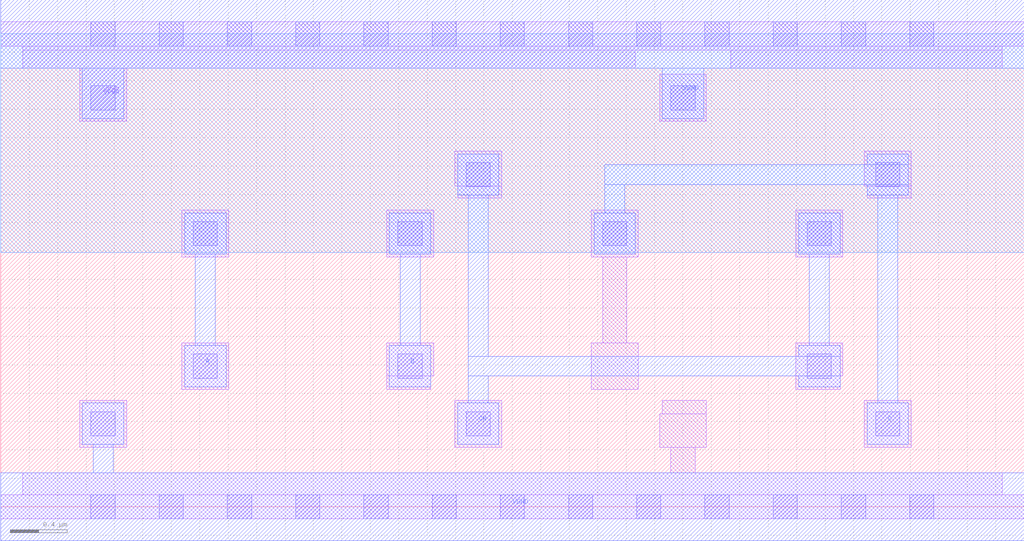
<source format=lef>
VERSION 5.7 ;
  NOWIREEXTENSIONATPIN ON ;
  DIVIDERCHAR "/" ;
  BUSBITCHARS "[]" ;
MACRO ASYNC2
  CLASS CORE ;
  FOREIGN ASYNC2 ;
  ORIGIN 0.000 0.000 ;
  SIZE 7.200 BY 3.330 ;
  SYMMETRY X Y ;
  SITE unit ;
  PIN A
    ANTENNAGATEAREA 0.189000 ;
    PORT
      LAYER met1 ;
        RECT 1.295 1.780 1.585 2.070 ;
        RECT 1.370 1.135 1.510 1.780 ;
        RECT 1.295 0.845 1.585 1.135 ;
    END
  END A
  PIN B
    ANTENNAGATEAREA 0.189000 ;
    PORT
      LAYER met1 ;
        RECT 2.735 1.780 3.025 2.070 ;
        RECT 2.810 1.135 2.950 1.780 ;
        RECT 2.735 0.845 3.025 1.135 ;
    END
  END B
  PIN C
    ANTENNAGATEAREA 0.189000 ;
    ANTENNADIFFAREA 1.031650 ;
    PORT
      LAYER met1 ;
        RECT 6.095 2.410 6.385 2.485 ;
        RECT 4.250 2.270 6.385 2.410 ;
        RECT 4.250 2.070 4.390 2.270 ;
        RECT 6.095 2.195 6.385 2.270 ;
        RECT 4.175 1.780 4.465 2.070 ;
        RECT 6.170 0.730 6.310 2.195 ;
        RECT 6.095 0.440 6.385 0.730 ;
    END
  END C
  PIN CN
    ANTENNAGATEAREA 0.189000 ;
    ANTENNADIFFAREA 1.661650 ;
    PORT
      LAYER met1 ;
        RECT 3.215 2.195 3.505 2.485 ;
        RECT 3.290 1.060 3.430 2.195 ;
        RECT 5.615 1.780 5.905 2.070 ;
        RECT 5.690 1.135 5.830 1.780 ;
        RECT 5.615 1.060 5.905 1.135 ;
        RECT 3.290 0.920 5.905 1.060 ;
        RECT 3.290 0.730 3.430 0.920 ;
        RECT 5.615 0.845 5.905 0.920 ;
        RECT 3.215 0.440 3.505 0.730 ;
    END
  END CN
  PIN VGND
    ANTENNADIFFAREA 0.914200 ;
    PORT
      LAYER met1 ;
        RECT 0.575 0.440 0.865 0.730 ;
        RECT 0.650 0.240 0.790 0.440 ;
        RECT 0.000 -0.240 7.200 0.240 ;
    END
    PORT
      LAYER met1 ;
        RECT 0.000 3.090 7.200 3.570 ;
        RECT 0.575 2.735 0.865 3.090 ;
        RECT 4.655 2.735 4.945 3.090 ;
    END
  END VGND
  PIN VPWR
    ANTENNADIFFAREA 0.663600 ;
    PORT
      LAYER li1 ;
        RECT 0.000 3.245 7.200 3.415 ;
        RECT 0.155 3.215 7.045 3.245 ;
        RECT 0.155 3.090 4.465 3.215 ;
        RECT 5.135 3.090 7.045 3.215 ;
        RECT 0.555 2.715 0.885 3.090 ;
      LAYER mcon ;
        RECT 0.635 3.245 0.805 3.415 ;
        RECT 1.115 3.245 1.285 3.415 ;
        RECT 1.595 3.245 1.765 3.415 ;
        RECT 2.075 3.245 2.245 3.415 ;
        RECT 2.555 3.245 2.725 3.415 ;
        RECT 3.035 3.245 3.205 3.415 ;
        RECT 3.515 3.245 3.685 3.415 ;
        RECT 3.995 3.245 4.165 3.415 ;
        RECT 4.475 3.245 4.645 3.415 ;
        RECT 4.955 3.245 5.125 3.415 ;
        RECT 5.435 3.245 5.605 3.415 ;
        RECT 5.915 3.245 6.085 3.415 ;
        RECT 6.395 3.245 6.565 3.415 ;
        RECT 0.635 2.795 0.805 2.965 ;
    END
  END VPWR
  OBS
      LAYER nwell ;
        RECT 0.000 1.790 7.200 3.330 ;
      LAYER li1 ;
        RECT 4.635 2.715 4.965 3.045 ;
        RECT 3.195 2.260 3.525 2.505 ;
        RECT 6.075 2.260 6.405 2.505 ;
        RECT 3.215 2.175 3.525 2.260 ;
        RECT 6.095 2.175 6.405 2.260 ;
        RECT 1.275 1.760 1.605 2.090 ;
        RECT 2.715 1.760 3.045 2.090 ;
        RECT 4.155 1.760 4.485 2.090 ;
        RECT 5.595 1.760 5.925 2.090 ;
        RECT 4.235 1.155 4.405 1.760 ;
        RECT 1.275 0.825 1.605 1.155 ;
        RECT 2.715 0.920 3.045 1.155 ;
        RECT 2.715 0.825 3.025 0.920 ;
        RECT 4.155 0.825 4.485 1.155 ;
        RECT 5.595 0.920 5.925 1.155 ;
        RECT 5.595 0.825 5.905 0.920 ;
        RECT 0.555 0.420 0.885 0.750 ;
        RECT 3.195 0.420 3.525 0.750 ;
        RECT 4.655 0.655 4.965 0.750 ;
        RECT 4.635 0.420 4.965 0.655 ;
        RECT 6.075 0.420 6.405 0.750 ;
        RECT 4.715 0.240 4.885 0.420 ;
        RECT 0.155 0.085 7.045 0.240 ;
        RECT 0.000 -0.085 7.200 0.085 ;
      LAYER mcon ;
        RECT 4.715 2.795 4.885 2.965 ;
        RECT 3.275 2.255 3.445 2.425 ;
        RECT 6.155 2.255 6.325 2.425 ;
        RECT 1.355 1.840 1.525 2.010 ;
        RECT 2.795 1.840 2.965 2.010 ;
        RECT 4.235 1.840 4.405 2.010 ;
        RECT 5.675 1.840 5.845 2.010 ;
        RECT 1.355 0.905 1.525 1.075 ;
        RECT 2.795 0.905 2.965 1.075 ;
        RECT 5.675 0.905 5.845 1.075 ;
        RECT 0.635 0.500 0.805 0.670 ;
        RECT 3.275 0.500 3.445 0.670 ;
        RECT 6.155 0.500 6.325 0.670 ;
        RECT 0.635 -0.085 0.805 0.085 ;
        RECT 1.115 -0.085 1.285 0.085 ;
        RECT 1.595 -0.085 1.765 0.085 ;
        RECT 2.075 -0.085 2.245 0.085 ;
        RECT 2.555 -0.085 2.725 0.085 ;
        RECT 3.035 -0.085 3.205 0.085 ;
        RECT 3.515 -0.085 3.685 0.085 ;
        RECT 3.995 -0.085 4.165 0.085 ;
        RECT 4.475 -0.085 4.645 0.085 ;
        RECT 4.955 -0.085 5.125 0.085 ;
        RECT 5.435 -0.085 5.605 0.085 ;
        RECT 5.915 -0.085 6.085 0.085 ;
        RECT 6.395 -0.085 6.565 0.085 ;
  END
END ASYNC2
END LIBRARY


</source>
